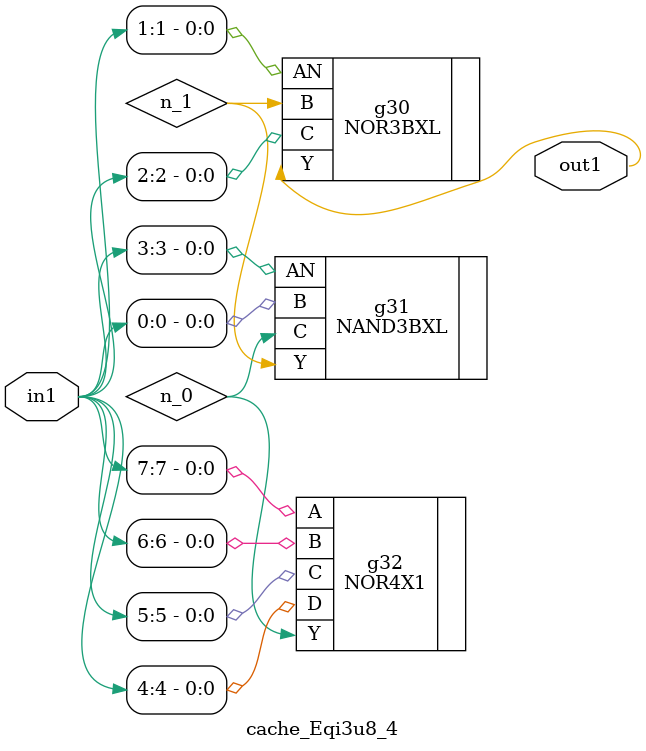
<source format=v>
`timescale 1ps / 1ps


module cache_Eqi3u8_4(in1, out1);
  input [7:0] in1;
  output out1;
  wire [7:0] in1;
  wire out1;
  wire n_0, n_1;
  NOR3BXL g30(.AN (in1[1]), .B (n_1), .C (in1[2]), .Y (out1));
  NAND3BXL g31(.AN (in1[3]), .B (in1[0]), .C (n_0), .Y (n_1));
  NOR4X1 g32(.A (in1[7]), .B (in1[6]), .C (in1[5]), .D (in1[4]), .Y
       (n_0));
endmodule



</source>
